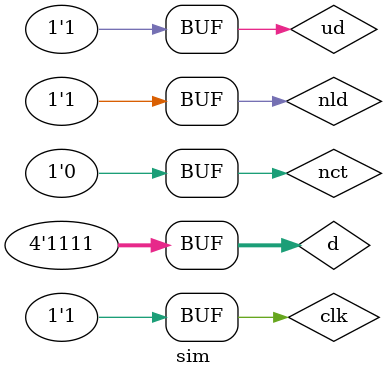
<source format=v>
`timescale 1ns / 1ps


module sim();
    reg clk, nct, nld, ud;
    wire max_min, rco;
    reg [3:0] d;
    wire [3:0] out;
    counter d1( clk, nct, nld, ud, d, max_min, rco, out);
    initial begin
        clk=0; nld = 0; nct = 0; ud = 0; d = 15; #10;
        clk=1; #10;
        clk=0; nld = 1; nct = 1; #10;
        clk=1; #10;
        clk=0; nct = 0; ud = 0; #10;
        clk=1; #10;
        clk=0; #10;
        clk=1; #10;
        clk=0; ud = 1; #10;
        clk=1; #10;
        clk=0; #10;
        clk=1; #10;
        
    end
endmodule

</source>
